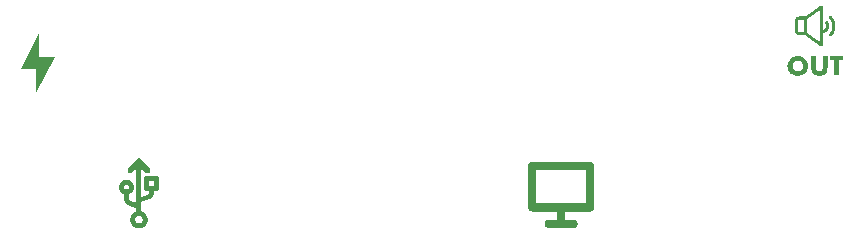
<source format=gbr>
%TF.GenerationSoftware,KiCad,Pcbnew,9.0.0*%
%TF.CreationDate,2025-05-16T15:19:14-04:00*%
%TF.ProjectId,Rear Plate,52656172-2050-46c6-9174-652e6b696361,rev?*%
%TF.SameCoordinates,Original*%
%TF.FileFunction,Legend,Top*%
%TF.FilePolarity,Positive*%
%FSLAX46Y46*%
G04 Gerber Fmt 4.6, Leading zero omitted, Abs format (unit mm)*
G04 Created by KiCad (PCBNEW 9.0.0) date 2025-05-16 15:19:14*
%MOMM*%
%LPD*%
G01*
G04 APERTURE LIST*
%ADD10C,0.000000*%
%ADD11C,0.300000*%
G04 APERTURE END LIST*
D10*
G36*
X169923319Y-81184232D02*
G01*
X169929357Y-81184687D01*
X169935375Y-81185418D01*
X169941363Y-81186425D01*
X169947311Y-81187709D01*
X169953210Y-81189271D01*
X169959048Y-81191110D01*
X169964816Y-81193226D01*
X169970504Y-81195622D01*
X169976102Y-81198296D01*
X169981599Y-81201249D01*
X169986986Y-81204481D01*
X169992252Y-81207994D01*
X169997387Y-81211787D01*
X170002381Y-81215860D01*
X170044547Y-81260266D01*
X170083991Y-81306256D01*
X170120716Y-81353723D01*
X170154720Y-81402562D01*
X170186004Y-81452668D01*
X170214567Y-81503934D01*
X170240410Y-81556256D01*
X170263533Y-81609528D01*
X170283936Y-81663645D01*
X170301618Y-81718500D01*
X170316580Y-81773988D01*
X170328821Y-81830004D01*
X170338342Y-81886443D01*
X170345143Y-81943198D01*
X170349224Y-82000164D01*
X170350584Y-82057235D01*
X170349224Y-82114307D01*
X170345143Y-82171273D01*
X170338342Y-82228028D01*
X170328821Y-82284466D01*
X170316580Y-82340482D01*
X170301618Y-82395970D01*
X170283936Y-82450826D01*
X170263533Y-82504942D01*
X170240410Y-82558214D01*
X170214567Y-82610536D01*
X170186004Y-82661803D01*
X170154720Y-82711908D01*
X170120716Y-82760747D01*
X170083991Y-82808214D01*
X170044547Y-82854204D01*
X170002381Y-82898610D01*
X169997094Y-82902973D01*
X169991614Y-82907038D01*
X169985954Y-82910800D01*
X169980128Y-82914256D01*
X169974148Y-82917401D01*
X169968026Y-82920232D01*
X169961776Y-82922744D01*
X169955410Y-82924934D01*
X169948941Y-82926797D01*
X169942382Y-82928330D01*
X169935745Y-82929528D01*
X169929043Y-82930388D01*
X169922288Y-82930905D01*
X169915495Y-82931075D01*
X169908674Y-82930895D01*
X169901840Y-82930360D01*
X169895351Y-82930174D01*
X169888907Y-82929672D01*
X169882518Y-82928860D01*
X169876194Y-82927741D01*
X169869946Y-82926320D01*
X169863785Y-82924601D01*
X169857720Y-82922589D01*
X169851763Y-82920288D01*
X169845924Y-82917702D01*
X169840214Y-82914836D01*
X169834642Y-82911694D01*
X169829220Y-82908280D01*
X169823957Y-82904599D01*
X169818866Y-82900655D01*
X169813955Y-82896452D01*
X169809235Y-82891995D01*
X169805135Y-82887003D01*
X169801317Y-82881869D01*
X169797780Y-82876602D01*
X169794523Y-82871214D01*
X169791547Y-82865713D01*
X169788852Y-82860111D01*
X169786436Y-82854418D01*
X169784299Y-82848643D01*
X169782441Y-82842797D01*
X169780862Y-82836891D01*
X169779561Y-82830933D01*
X169778538Y-82824935D01*
X169777792Y-82818906D01*
X169777324Y-82812857D01*
X169777132Y-82806798D01*
X169777217Y-82800738D01*
X169777577Y-82794689D01*
X169778213Y-82788660D01*
X169779125Y-82782662D01*
X169780311Y-82776704D01*
X169781772Y-82770797D01*
X169783507Y-82764951D01*
X169785515Y-82759176D01*
X169787797Y-82753483D01*
X169790352Y-82747881D01*
X169793180Y-82742380D01*
X169796280Y-82736991D01*
X169799652Y-82731724D01*
X169803295Y-82726589D01*
X169807209Y-82721597D01*
X169811395Y-82716756D01*
X169815850Y-82712079D01*
X169847519Y-82678803D01*
X169877373Y-82644153D01*
X169905380Y-82608204D01*
X169931509Y-82571033D01*
X169955729Y-82532714D01*
X169978007Y-82493325D01*
X169998313Y-82452941D01*
X170016615Y-82411638D01*
X170032882Y-82369491D01*
X170047081Y-82326577D01*
X170059183Y-82282973D01*
X170069155Y-82238752D01*
X170076965Y-82193992D01*
X170082583Y-82148769D01*
X170085977Y-82103158D01*
X170087115Y-82057235D01*
X170085977Y-82011312D01*
X170082583Y-81965701D01*
X170076965Y-81920478D01*
X170069155Y-81875718D01*
X170059183Y-81831497D01*
X170047081Y-81787892D01*
X170032882Y-81744979D01*
X170016615Y-81702832D01*
X169998313Y-81661529D01*
X169978007Y-81621145D01*
X169955729Y-81581756D01*
X169931509Y-81543437D01*
X169905380Y-81506266D01*
X169877373Y-81470317D01*
X169847519Y-81435667D01*
X169815850Y-81402391D01*
X169811777Y-81397397D01*
X169807984Y-81392261D01*
X169804471Y-81386995D01*
X169801239Y-81381609D01*
X169798286Y-81376112D01*
X169795612Y-81370514D01*
X169793216Y-81364826D01*
X169791100Y-81359058D01*
X169789261Y-81353220D01*
X169787699Y-81347321D01*
X169786415Y-81341373D01*
X169785408Y-81335385D01*
X169784677Y-81329367D01*
X169784222Y-81323329D01*
X169784043Y-81317282D01*
X169784138Y-81311236D01*
X169784509Y-81305200D01*
X169785154Y-81299184D01*
X169786074Y-81293200D01*
X169787267Y-81287256D01*
X169788733Y-81281363D01*
X169790472Y-81275532D01*
X169792484Y-81269772D01*
X169794768Y-81264092D01*
X169797323Y-81258505D01*
X169800150Y-81253019D01*
X169803248Y-81247644D01*
X169806616Y-81242391D01*
X169810255Y-81237270D01*
X169814163Y-81232290D01*
X169818340Y-81227463D01*
X169822787Y-81222797D01*
X169827453Y-81218351D01*
X169832280Y-81214173D01*
X169837259Y-81210265D01*
X169842381Y-81206626D01*
X169847634Y-81203258D01*
X169853008Y-81200160D01*
X169858495Y-81197333D01*
X169864082Y-81194778D01*
X169869761Y-81192494D01*
X169875522Y-81190482D01*
X169881353Y-81188743D01*
X169887246Y-81187277D01*
X169893189Y-81186084D01*
X169899174Y-81185165D01*
X169905189Y-81184519D01*
X169911225Y-81184149D01*
X169917272Y-81184053D01*
X169923319Y-81184232D01*
G37*
G36*
X169656705Y-81618872D02*
G01*
X169687553Y-81657484D01*
X169715210Y-81697949D01*
X169739636Y-81740073D01*
X169760793Y-81783660D01*
X169778642Y-81828516D01*
X169793143Y-81874445D01*
X169804259Y-81921251D01*
X169811949Y-81968741D01*
X169816176Y-82016719D01*
X169816900Y-82064990D01*
X169814082Y-82113359D01*
X169807684Y-82161630D01*
X169797666Y-82209609D01*
X169783990Y-82257101D01*
X169766617Y-82303910D01*
X169756595Y-82326857D01*
X169745779Y-82349284D01*
X169734188Y-82371177D01*
X169721845Y-82392523D01*
X169708769Y-82413309D01*
X169694981Y-82433519D01*
X169680501Y-82453141D01*
X169665352Y-82472161D01*
X169649552Y-82490565D01*
X169633123Y-82508339D01*
X169616086Y-82525469D01*
X169598461Y-82541941D01*
X169580269Y-82557742D01*
X169561531Y-82572859D01*
X169542267Y-82587276D01*
X169522498Y-82600981D01*
X169502244Y-82613959D01*
X169481527Y-82626197D01*
X169460367Y-82637681D01*
X169438785Y-82648397D01*
X169416801Y-82658331D01*
X169394436Y-82667470D01*
X169371712Y-82675800D01*
X169348647Y-82683307D01*
X169325264Y-82689977D01*
X169301582Y-82695797D01*
X169277624Y-82700752D01*
X169253408Y-82704829D01*
X169228956Y-82708014D01*
X169204289Y-82710293D01*
X169179428Y-82711652D01*
X169154392Y-82712079D01*
X169154392Y-82447495D01*
X169184267Y-82446349D01*
X169213672Y-82443005D01*
X169242508Y-82437530D01*
X169270676Y-82429990D01*
X169298078Y-82420451D01*
X169324615Y-82408979D01*
X169350189Y-82395639D01*
X169374701Y-82380499D01*
X169398052Y-82363623D01*
X169420144Y-82345079D01*
X169440878Y-82324930D01*
X169460155Y-82303245D01*
X169477878Y-82280089D01*
X169493946Y-82255527D01*
X169508262Y-82229625D01*
X169520727Y-82202451D01*
X169531121Y-82174419D01*
X169539306Y-82145979D01*
X169545304Y-82117247D01*
X169549139Y-82088341D01*
X169550834Y-82059375D01*
X169550413Y-82030467D01*
X169547897Y-82001734D01*
X169543311Y-81973290D01*
X169536677Y-81945254D01*
X169528019Y-81917740D01*
X169517359Y-81890866D01*
X169504721Y-81864748D01*
X169490128Y-81839502D01*
X169473603Y-81815245D01*
X169455170Y-81792093D01*
X169434850Y-81770162D01*
X169622704Y-81582308D01*
X169656705Y-81618872D01*
G37*
G36*
X167838035Y-81257033D02*
G01*
X167844551Y-81257518D01*
X167851011Y-81258320D01*
X167857405Y-81259436D01*
X167863721Y-81260860D01*
X167869950Y-81262589D01*
X167876080Y-81264617D01*
X167882101Y-81266941D01*
X167888001Y-81269555D01*
X167893770Y-81272455D01*
X167899397Y-81275638D01*
X167904871Y-81279097D01*
X167910181Y-81282829D01*
X167915316Y-81286830D01*
X167920266Y-81291094D01*
X167925020Y-81295618D01*
X167929543Y-81300371D01*
X167933808Y-81305321D01*
X167937808Y-81310457D01*
X167941540Y-81315767D01*
X167945000Y-81321241D01*
X167948182Y-81326867D01*
X167951083Y-81332636D01*
X167953697Y-81338536D01*
X167956020Y-81344557D01*
X167958049Y-81350687D01*
X167959777Y-81356916D01*
X167961202Y-81363233D01*
X167962317Y-81369627D01*
X167963120Y-81376087D01*
X167963604Y-81382602D01*
X167963767Y-81389162D01*
X167963767Y-82712079D01*
X167963604Y-82718639D01*
X167963120Y-82725154D01*
X167962317Y-82731614D01*
X167961202Y-82738008D01*
X167959777Y-82744325D01*
X167958049Y-82750554D01*
X167956020Y-82756684D01*
X167953697Y-82762705D01*
X167951083Y-82768605D01*
X167948182Y-82774374D01*
X167945000Y-82780001D01*
X167941540Y-82785474D01*
X167937808Y-82790784D01*
X167933808Y-82795920D01*
X167929543Y-82800870D01*
X167925020Y-82805623D01*
X167920266Y-82810147D01*
X167915316Y-82814411D01*
X167910181Y-82818412D01*
X167904871Y-82822144D01*
X167899397Y-82825604D01*
X167893770Y-82828786D01*
X167888001Y-82831686D01*
X167882101Y-82834300D01*
X167876080Y-82836624D01*
X167869950Y-82838652D01*
X167863721Y-82840381D01*
X167857405Y-82841805D01*
X167851011Y-82842921D01*
X167844551Y-82843723D01*
X167838035Y-82844208D01*
X167831475Y-82844371D01*
X167302309Y-82844371D01*
X167282629Y-82843883D01*
X167263082Y-82842429D01*
X167243702Y-82840021D01*
X167224521Y-82836674D01*
X167205570Y-82832401D01*
X167186883Y-82827216D01*
X167168493Y-82821131D01*
X167150431Y-82814160D01*
X167132731Y-82806318D01*
X167115424Y-82797616D01*
X167098544Y-82788069D01*
X167082122Y-82777691D01*
X167066192Y-82766494D01*
X167050786Y-82754493D01*
X167035936Y-82741700D01*
X167021676Y-82728129D01*
X167008105Y-82713868D01*
X166995312Y-82699018D01*
X166983310Y-82683612D01*
X166972113Y-82667682D01*
X166961735Y-82651261D01*
X166952188Y-82634380D01*
X166943487Y-82617074D01*
X166935644Y-82599373D01*
X166928673Y-82581311D01*
X166922589Y-82562921D01*
X166917403Y-82544234D01*
X166913130Y-82525284D01*
X166909783Y-82506102D01*
X166907376Y-82486722D01*
X166905921Y-82467175D01*
X166905434Y-82447495D01*
X167170017Y-82447495D01*
X167170180Y-82454055D01*
X167170664Y-82460571D01*
X167171467Y-82467031D01*
X167172582Y-82473425D01*
X167174007Y-82479742D01*
X167175735Y-82485971D01*
X167177764Y-82492101D01*
X167180087Y-82498121D01*
X167182701Y-82504022D01*
X167185602Y-82509791D01*
X167188784Y-82515417D01*
X167192244Y-82520891D01*
X167195976Y-82526201D01*
X167199976Y-82531337D01*
X167204241Y-82536286D01*
X167208764Y-82541040D01*
X167213518Y-82545564D01*
X167218468Y-82549828D01*
X167223603Y-82553828D01*
X167228913Y-82557561D01*
X167234387Y-82561020D01*
X167240014Y-82564202D01*
X167245783Y-82567103D01*
X167251683Y-82569717D01*
X167257703Y-82572041D01*
X167263834Y-82574069D01*
X167270062Y-82575798D01*
X167276379Y-82577222D01*
X167282773Y-82578337D01*
X167289233Y-82579140D01*
X167295749Y-82579625D01*
X167302309Y-82579787D01*
X167699184Y-82579787D01*
X167699184Y-81521454D01*
X167302309Y-81521454D01*
X167295749Y-81521616D01*
X167289233Y-81522101D01*
X167282773Y-81522904D01*
X167276379Y-81524019D01*
X167270062Y-81525444D01*
X167263834Y-81527172D01*
X167257703Y-81529201D01*
X167251683Y-81531524D01*
X167245783Y-81534138D01*
X167240014Y-81537039D01*
X167234387Y-81540221D01*
X167228913Y-81543681D01*
X167223603Y-81547413D01*
X167218468Y-81551413D01*
X167213518Y-81555678D01*
X167208764Y-81560201D01*
X167204241Y-81564955D01*
X167199976Y-81569905D01*
X167195976Y-81575040D01*
X167192244Y-81580350D01*
X167188784Y-81585824D01*
X167185602Y-81591451D01*
X167182701Y-81597220D01*
X167180087Y-81603120D01*
X167177764Y-81609140D01*
X167175735Y-81615270D01*
X167174007Y-81621499D01*
X167172582Y-81627816D01*
X167171467Y-81634210D01*
X167170664Y-81640670D01*
X167170180Y-81647186D01*
X167170017Y-81653746D01*
X167170017Y-82447495D01*
X166905434Y-82447495D01*
X166905434Y-81653746D01*
X166905921Y-81634066D01*
X166907376Y-81614519D01*
X166909783Y-81595139D01*
X166913130Y-81575958D01*
X166917403Y-81557007D01*
X166922589Y-81538320D01*
X166928673Y-81519930D01*
X166935644Y-81501868D01*
X166943487Y-81484168D01*
X166952188Y-81466861D01*
X166961735Y-81449981D01*
X166972113Y-81433559D01*
X166983310Y-81417629D01*
X166995312Y-81402223D01*
X167008105Y-81387373D01*
X167021676Y-81373113D01*
X167035936Y-81359542D01*
X167050786Y-81346749D01*
X167066192Y-81334747D01*
X167082122Y-81323550D01*
X167098544Y-81313172D01*
X167115424Y-81303625D01*
X167132731Y-81294924D01*
X167150431Y-81287081D01*
X167168493Y-81280110D01*
X167186883Y-81274026D01*
X167205570Y-81268840D01*
X167224521Y-81264567D01*
X167243702Y-81261220D01*
X167263082Y-81258813D01*
X167282629Y-81257358D01*
X167302309Y-81256871D01*
X167831475Y-81256871D01*
X167838035Y-81257033D01*
G37*
G36*
X111398155Y-93280299D02*
G01*
X111414562Y-93282254D01*
X111430806Y-93285511D01*
X111446805Y-93290072D01*
X111462479Y-93295936D01*
X111477745Y-93303103D01*
X111492523Y-93311573D01*
X111499703Y-93316296D01*
X111506730Y-93321346D01*
X111506968Y-93321512D01*
X111507201Y-93321685D01*
X111507431Y-93321864D01*
X111507658Y-93322049D01*
X111508106Y-93322429D01*
X111508547Y-93322818D01*
X111508988Y-93323210D01*
X111509432Y-93323598D01*
X111509885Y-93323973D01*
X111510115Y-93324155D01*
X111510349Y-93324330D01*
X111513805Y-93327014D01*
X111517204Y-93329767D01*
X111520544Y-93332590D01*
X111523825Y-93335481D01*
X111527045Y-93338439D01*
X111530203Y-93341464D01*
X111533299Y-93344554D01*
X111536331Y-93347709D01*
X111536612Y-93348002D01*
X111536899Y-93348284D01*
X111537191Y-93348556D01*
X111537487Y-93348820D01*
X111538087Y-93349329D01*
X111538691Y-93349825D01*
X111539291Y-93350322D01*
X111539879Y-93350831D01*
X111540166Y-93351095D01*
X111540447Y-93351367D01*
X111540721Y-93351649D01*
X111540988Y-93351942D01*
X112281768Y-94198548D01*
X112290708Y-94209472D01*
X112298839Y-94220874D01*
X112306153Y-94232711D01*
X112312640Y-94244938D01*
X112318292Y-94257512D01*
X112323101Y-94270389D01*
X112327058Y-94283526D01*
X112330154Y-94296879D01*
X112332380Y-94310404D01*
X112333729Y-94324057D01*
X112334190Y-94337795D01*
X112333756Y-94351574D01*
X112332418Y-94365351D01*
X112330167Y-94379081D01*
X112326995Y-94392722D01*
X112322893Y-94406229D01*
X112317902Y-94419433D01*
X112312093Y-94432176D01*
X112305499Y-94444428D01*
X112298154Y-94456160D01*
X112290090Y-94467342D01*
X112281343Y-94477946D01*
X112271944Y-94487941D01*
X112261929Y-94497298D01*
X112251329Y-94505988D01*
X112240179Y-94513983D01*
X112228512Y-94521251D01*
X112216362Y-94527765D01*
X112203762Y-94533495D01*
X112190745Y-94538410D01*
X112177346Y-94542483D01*
X112163597Y-94545684D01*
X112149667Y-94547964D01*
X112135727Y-94549305D01*
X112121819Y-94549721D01*
X112107986Y-94549225D01*
X112094271Y-94547833D01*
X112080714Y-94545559D01*
X112067359Y-94542418D01*
X112054248Y-94538422D01*
X112041422Y-94533588D01*
X112028923Y-94527929D01*
X112016795Y-94521459D01*
X112005079Y-94514194D01*
X111993817Y-94506147D01*
X111983051Y-94497332D01*
X111972824Y-94487765D01*
X111963178Y-94477458D01*
X111593333Y-94054728D01*
X111593333Y-96533239D01*
X112088088Y-96355998D01*
X112103508Y-96349750D01*
X112118231Y-96342402D01*
X112132218Y-96334015D01*
X112145427Y-96324644D01*
X112157816Y-96314349D01*
X112169345Y-96303188D01*
X112179974Y-96291219D01*
X112189660Y-96278500D01*
X112198364Y-96265090D01*
X112206044Y-96251046D01*
X112212660Y-96236427D01*
X112218169Y-96221290D01*
X112222533Y-96205695D01*
X112225708Y-96189699D01*
X112227655Y-96173360D01*
X112228333Y-96156737D01*
X112228333Y-96031367D01*
X112016666Y-96031367D01*
X112006170Y-96031107D01*
X111995746Y-96030331D01*
X111985410Y-96029047D01*
X111975179Y-96027262D01*
X111965072Y-96024983D01*
X111955106Y-96022217D01*
X111945298Y-96018972D01*
X111935665Y-96015255D01*
X111926225Y-96011072D01*
X111916995Y-96006431D01*
X111907992Y-96001340D01*
X111899234Y-95995804D01*
X111890738Y-95989833D01*
X111882521Y-95983432D01*
X111874601Y-95976609D01*
X111866996Y-95969371D01*
X111859758Y-95961765D01*
X111852935Y-95953846D01*
X111846534Y-95945629D01*
X111840562Y-95937133D01*
X111835027Y-95928375D01*
X111829935Y-95919372D01*
X111825295Y-95910142D01*
X111821112Y-95900702D01*
X111817394Y-95891069D01*
X111814149Y-95881260D01*
X111811383Y-95871294D01*
X111809105Y-95861187D01*
X111807320Y-95850957D01*
X111806036Y-95840621D01*
X111805260Y-95830196D01*
X111805000Y-95819700D01*
X111805000Y-95608033D01*
X111805000Y-95184700D01*
X112228333Y-95184700D01*
X112228333Y-95608033D01*
X112651667Y-95608033D01*
X112651667Y-95184700D01*
X112228333Y-95184700D01*
X111805000Y-95184700D01*
X111805000Y-94973034D01*
X111805260Y-94962538D01*
X111806036Y-94952113D01*
X111807320Y-94941777D01*
X111809105Y-94931547D01*
X111811383Y-94921440D01*
X111814149Y-94911473D01*
X111817394Y-94901665D01*
X111821112Y-94892032D01*
X111825295Y-94882592D01*
X111829935Y-94873362D01*
X111835027Y-94864359D01*
X111840562Y-94855601D01*
X111846534Y-94847105D01*
X111852935Y-94838888D01*
X111859758Y-94830968D01*
X111866996Y-94823363D01*
X111874601Y-94816125D01*
X111882521Y-94809302D01*
X111890738Y-94802901D01*
X111899234Y-94796929D01*
X111907992Y-94791394D01*
X111916995Y-94786303D01*
X111926225Y-94781662D01*
X111935665Y-94777479D01*
X111945298Y-94773761D01*
X111955106Y-94770516D01*
X111965072Y-94767751D01*
X111975179Y-94765472D01*
X111985410Y-94763687D01*
X111995746Y-94762403D01*
X112006170Y-94761627D01*
X112016666Y-94761367D01*
X112863333Y-94761367D01*
X112873829Y-94761627D01*
X112884254Y-94762403D01*
X112894590Y-94763687D01*
X112904820Y-94765472D01*
X112914927Y-94767751D01*
X112924893Y-94770516D01*
X112934701Y-94773761D01*
X112944334Y-94777479D01*
X112953775Y-94781662D01*
X112963005Y-94786303D01*
X112972008Y-94791394D01*
X112980766Y-94796929D01*
X112989262Y-94802901D01*
X112997479Y-94809302D01*
X113005399Y-94816125D01*
X113013004Y-94823363D01*
X113020242Y-94830968D01*
X113027065Y-94838888D01*
X113033466Y-94847105D01*
X113039437Y-94855601D01*
X113044972Y-94864359D01*
X113050064Y-94873362D01*
X113054705Y-94882592D01*
X113058888Y-94892032D01*
X113062605Y-94901665D01*
X113065850Y-94911473D01*
X113068616Y-94921440D01*
X113070895Y-94931547D01*
X113072680Y-94941777D01*
X113073964Y-94952113D01*
X113074739Y-94962538D01*
X113075000Y-94973034D01*
X113075000Y-95819700D01*
X113074739Y-95830196D01*
X113073964Y-95840621D01*
X113072680Y-95850957D01*
X113070895Y-95861187D01*
X113068616Y-95871294D01*
X113065850Y-95881260D01*
X113062605Y-95891069D01*
X113058888Y-95900702D01*
X113054705Y-95910142D01*
X113050064Y-95919372D01*
X113044972Y-95928375D01*
X113039437Y-95937133D01*
X113033466Y-95945629D01*
X113027065Y-95953846D01*
X113020242Y-95961765D01*
X113013004Y-95969371D01*
X113005399Y-95976609D01*
X112997479Y-95983432D01*
X112989262Y-95989833D01*
X112980766Y-95995804D01*
X112972008Y-96001340D01*
X112963005Y-96006431D01*
X112953775Y-96011072D01*
X112944334Y-96015255D01*
X112934701Y-96018972D01*
X112924893Y-96022217D01*
X112914927Y-96024983D01*
X112904820Y-96027262D01*
X112894590Y-96029047D01*
X112884254Y-96030331D01*
X112873829Y-96031107D01*
X112863333Y-96031367D01*
X112651667Y-96031367D01*
X112651667Y-96156737D01*
X112651134Y-96181769D01*
X112649634Y-96206610D01*
X112647183Y-96231237D01*
X112643794Y-96255629D01*
X112639484Y-96279765D01*
X112634267Y-96303621D01*
X112628160Y-96327176D01*
X112621178Y-96350409D01*
X112613336Y-96373298D01*
X112604649Y-96395820D01*
X112595132Y-96417955D01*
X112584802Y-96439680D01*
X112573673Y-96460973D01*
X112561761Y-96481813D01*
X112549081Y-96502177D01*
X112535649Y-96522045D01*
X112521479Y-96541394D01*
X112506587Y-96560202D01*
X112490989Y-96578447D01*
X112474700Y-96596108D01*
X112457736Y-96613164D01*
X112440110Y-96629591D01*
X112421840Y-96645368D01*
X112402940Y-96660474D01*
X112383426Y-96674886D01*
X112363313Y-96688584D01*
X112342616Y-96701544D01*
X112321351Y-96713745D01*
X112299533Y-96725166D01*
X112277178Y-96735784D01*
X112254300Y-96745578D01*
X112230915Y-96754526D01*
X111593333Y-96982914D01*
X111593333Y-97755900D01*
X111625994Y-97766457D01*
X111657863Y-97778394D01*
X111688915Y-97791671D01*
X111719123Y-97806246D01*
X111748460Y-97822077D01*
X111776900Y-97839123D01*
X111804417Y-97857342D01*
X111830983Y-97876693D01*
X111856574Y-97897135D01*
X111881161Y-97918625D01*
X111904719Y-97941123D01*
X111927221Y-97964586D01*
X111968951Y-98014245D01*
X112006139Y-98067269D01*
X112038575Y-98123328D01*
X112066045Y-98182088D01*
X112077852Y-98212377D01*
X112088339Y-98243218D01*
X112097478Y-98274568D01*
X112105244Y-98306387D01*
X112111609Y-98338631D01*
X112116548Y-98371261D01*
X112120034Y-98404235D01*
X112122040Y-98437511D01*
X112122540Y-98471047D01*
X112121507Y-98504802D01*
X112118916Y-98538736D01*
X112114739Y-98572805D01*
X112109008Y-98606647D01*
X112101796Y-98639906D01*
X112093141Y-98672550D01*
X112083080Y-98704545D01*
X112071650Y-98735861D01*
X112058889Y-98766464D01*
X112044833Y-98796322D01*
X112029520Y-98825404D01*
X112012987Y-98853678D01*
X111995272Y-98881110D01*
X111976411Y-98907669D01*
X111956442Y-98933322D01*
X111935401Y-98958038D01*
X111913328Y-98981785D01*
X111890257Y-99004529D01*
X111866228Y-99026239D01*
X111841276Y-99046882D01*
X111815439Y-99066428D01*
X111788755Y-99084842D01*
X111761260Y-99102093D01*
X111732993Y-99118150D01*
X111703989Y-99132979D01*
X111674287Y-99146548D01*
X111643923Y-99158826D01*
X111612935Y-99169780D01*
X111581360Y-99179378D01*
X111549235Y-99187587D01*
X111516597Y-99194376D01*
X111483484Y-99199713D01*
X111449934Y-99203564D01*
X111415982Y-99205899D01*
X111381666Y-99206684D01*
X111347351Y-99205899D01*
X111313399Y-99203564D01*
X111279848Y-99199713D01*
X111246736Y-99194376D01*
X111214098Y-99187587D01*
X111181973Y-99179378D01*
X111150398Y-99169780D01*
X111119410Y-99158826D01*
X111089046Y-99146548D01*
X111059344Y-99132979D01*
X111030340Y-99118150D01*
X111002072Y-99102093D01*
X110974578Y-99084842D01*
X110947894Y-99066428D01*
X110922057Y-99046882D01*
X110897105Y-99026239D01*
X110873076Y-99004529D01*
X110850005Y-98981785D01*
X110827931Y-98958038D01*
X110806891Y-98933322D01*
X110786922Y-98907669D01*
X110768061Y-98881110D01*
X110750346Y-98853678D01*
X110733813Y-98825404D01*
X110718500Y-98796322D01*
X110704445Y-98766464D01*
X110691683Y-98735861D01*
X110680253Y-98704545D01*
X110670192Y-98672550D01*
X110661537Y-98639906D01*
X110654326Y-98606647D01*
X110648594Y-98572805D01*
X110644417Y-98538736D01*
X110641826Y-98504802D01*
X110640793Y-98471047D01*
X110640980Y-98458565D01*
X111064232Y-98458565D01*
X111064573Y-98481706D01*
X111066591Y-98504707D01*
X111070267Y-98527475D01*
X111075584Y-98549917D01*
X111082521Y-98571939D01*
X111091062Y-98593448D01*
X111101187Y-98614352D01*
X111112878Y-98634556D01*
X111126116Y-98653968D01*
X111140883Y-98672493D01*
X111157160Y-98690040D01*
X111174707Y-98706317D01*
X111193232Y-98721083D01*
X111212644Y-98734322D01*
X111232848Y-98746012D01*
X111253751Y-98756138D01*
X111275261Y-98764678D01*
X111297283Y-98771616D01*
X111319725Y-98776933D01*
X111342493Y-98780609D01*
X111365494Y-98782627D01*
X111388635Y-98782968D01*
X111411822Y-98781613D01*
X111434962Y-98778543D01*
X111457962Y-98773741D01*
X111480729Y-98767188D01*
X111503168Y-98758865D01*
X111524921Y-98748883D01*
X111545653Y-98737419D01*
X111565312Y-98724551D01*
X111583845Y-98710358D01*
X111601199Y-98694921D01*
X111617321Y-98678317D01*
X111632158Y-98660626D01*
X111645658Y-98641927D01*
X111657768Y-98622299D01*
X111668434Y-98601821D01*
X111677604Y-98580572D01*
X111685226Y-98558632D01*
X111691246Y-98536078D01*
X111695611Y-98512991D01*
X111698269Y-98489450D01*
X111699166Y-98465533D01*
X111698736Y-98449202D01*
X111697495Y-98433086D01*
X111695462Y-98417204D01*
X111692657Y-98401577D01*
X111689101Y-98386224D01*
X111684814Y-98371165D01*
X111679815Y-98356420D01*
X111674123Y-98342009D01*
X111667760Y-98327952D01*
X111660745Y-98314268D01*
X111653097Y-98300978D01*
X111644837Y-98288102D01*
X111635984Y-98275659D01*
X111626559Y-98263669D01*
X111616581Y-98252153D01*
X111606071Y-98241129D01*
X111595047Y-98230618D01*
X111583531Y-98220641D01*
X111571541Y-98211216D01*
X111559098Y-98202363D01*
X111546222Y-98194103D01*
X111532932Y-98186455D01*
X111519248Y-98179440D01*
X111505191Y-98173077D01*
X111490780Y-98167385D01*
X111476035Y-98162386D01*
X111460976Y-98158098D01*
X111445623Y-98154542D01*
X111429996Y-98151738D01*
X111414114Y-98149705D01*
X111397997Y-98148464D01*
X111381666Y-98148033D01*
X111369666Y-98148259D01*
X111357750Y-98148931D01*
X111345927Y-98150043D01*
X111334208Y-98151589D01*
X111322603Y-98153562D01*
X111311122Y-98155954D01*
X111299773Y-98158761D01*
X111288568Y-98161974D01*
X111277516Y-98165588D01*
X111266628Y-98169596D01*
X111255912Y-98173990D01*
X111245379Y-98178766D01*
X111235039Y-98183915D01*
X111224901Y-98189432D01*
X111214976Y-98195310D01*
X111205273Y-98201542D01*
X111195802Y-98208121D01*
X111186574Y-98215042D01*
X111177597Y-98222296D01*
X111168883Y-98229879D01*
X111160440Y-98237783D01*
X111152279Y-98246001D01*
X111144409Y-98254527D01*
X111136841Y-98263355D01*
X111129585Y-98272477D01*
X111122649Y-98281888D01*
X111116045Y-98291580D01*
X111109781Y-98301546D01*
X111103869Y-98311782D01*
X111098317Y-98322279D01*
X111093135Y-98333031D01*
X111088335Y-98344031D01*
X111080012Y-98366471D01*
X111073458Y-98389238D01*
X111068656Y-98412238D01*
X111065587Y-98435378D01*
X111064232Y-98458565D01*
X110640980Y-98458565D01*
X110641294Y-98437511D01*
X110643300Y-98404235D01*
X110646785Y-98371261D01*
X110651724Y-98338631D01*
X110658090Y-98306387D01*
X110665855Y-98274568D01*
X110674994Y-98243218D01*
X110685481Y-98212377D01*
X110697288Y-98182088D01*
X110710389Y-98152391D01*
X110724758Y-98123328D01*
X110740368Y-98094940D01*
X110757194Y-98067269D01*
X110775207Y-98040357D01*
X110794382Y-98014245D01*
X110814693Y-97988974D01*
X110836112Y-97964586D01*
X110858614Y-97941123D01*
X110882172Y-97918625D01*
X110906759Y-97897135D01*
X110932349Y-97876693D01*
X110958916Y-97857342D01*
X110986433Y-97839123D01*
X111014873Y-97822077D01*
X111044210Y-97806246D01*
X111074418Y-97791671D01*
X111105470Y-97778394D01*
X111137339Y-97766457D01*
X111170000Y-97755900D01*
X111170000Y-97473981D01*
X110554952Y-97279143D01*
X110530418Y-97270901D01*
X110506398Y-97261732D01*
X110459970Y-97240706D01*
X110415807Y-97216256D01*
X110374051Y-97188574D01*
X110334841Y-97157850D01*
X110298317Y-97124277D01*
X110264620Y-97088045D01*
X110233889Y-97049347D01*
X110206265Y-97008372D01*
X110181889Y-96965314D01*
X110160899Y-96920363D01*
X110143437Y-96873710D01*
X110129643Y-96825547D01*
X110119656Y-96776066D01*
X110113617Y-96725457D01*
X110112122Y-96699790D01*
X110111667Y-96673913D01*
X110111667Y-96311825D01*
X110084676Y-96301595D01*
X110058390Y-96290256D01*
X110032827Y-96277843D01*
X110008009Y-96264391D01*
X109983955Y-96249934D01*
X109960687Y-96234506D01*
X109938223Y-96218142D01*
X109916585Y-96200877D01*
X109875865Y-96163780D01*
X109838689Y-96123490D01*
X109805220Y-96080285D01*
X109775618Y-96034440D01*
X109750046Y-95986232D01*
X109728666Y-95935935D01*
X109711639Y-95883826D01*
X109699129Y-95830181D01*
X109694617Y-95802869D01*
X109691295Y-95775276D01*
X109689183Y-95747437D01*
X109688301Y-95719387D01*
X109688373Y-95713867D01*
X110111667Y-95713867D01*
X110111817Y-95721867D01*
X110112265Y-95729811D01*
X110113007Y-95737693D01*
X110114037Y-95745506D01*
X110115352Y-95753242D01*
X110116947Y-95760897D01*
X110118818Y-95768462D01*
X110120960Y-95775932D01*
X110123370Y-95783300D01*
X110126041Y-95790559D01*
X110128971Y-95797703D01*
X110132155Y-95804725D01*
X110135588Y-95811619D01*
X110139266Y-95818377D01*
X110143184Y-95824994D01*
X110147339Y-95831462D01*
X110151725Y-95837776D01*
X110156339Y-95843929D01*
X110161175Y-95849913D01*
X110166230Y-95855723D01*
X110171499Y-95861351D01*
X110176978Y-95866792D01*
X110182662Y-95872038D01*
X110188547Y-95877084D01*
X110194629Y-95881921D01*
X110200903Y-95886545D01*
X110207364Y-95890948D01*
X110214009Y-95895124D01*
X110220832Y-95899066D01*
X110227830Y-95902767D01*
X110234998Y-95906221D01*
X110242332Y-95909421D01*
X110257292Y-95914970D01*
X110272469Y-95919339D01*
X110287803Y-95922540D01*
X110303229Y-95924586D01*
X110318687Y-95925490D01*
X110334115Y-95925263D01*
X110349449Y-95923917D01*
X110364627Y-95921466D01*
X110379589Y-95917922D01*
X110394270Y-95913297D01*
X110408610Y-95907603D01*
X110422545Y-95900853D01*
X110436015Y-95893059D01*
X110448956Y-95884234D01*
X110461306Y-95874389D01*
X110473004Y-95863538D01*
X110483855Y-95851840D01*
X110493700Y-95839490D01*
X110502525Y-95826549D01*
X110510319Y-95813079D01*
X110517069Y-95799143D01*
X110522763Y-95784804D01*
X110527389Y-95770122D01*
X110530933Y-95755161D01*
X110533384Y-95739982D01*
X110534729Y-95724648D01*
X110534956Y-95709221D01*
X110534053Y-95693763D01*
X110532007Y-95678336D01*
X110528805Y-95663003D01*
X110524436Y-95647825D01*
X110518888Y-95632865D01*
X110512233Y-95618364D01*
X110504590Y-95604542D01*
X110496011Y-95591436D01*
X110486550Y-95579081D01*
X110476258Y-95567512D01*
X110465189Y-95556764D01*
X110453395Y-95546872D01*
X110440929Y-95537872D01*
X110427843Y-95529799D01*
X110414192Y-95522689D01*
X110400026Y-95516575D01*
X110385399Y-95511494D01*
X110370363Y-95507481D01*
X110354972Y-95504571D01*
X110339278Y-95502799D01*
X110323333Y-95502200D01*
X110323321Y-95502200D01*
X110312434Y-95502488D01*
X110301690Y-95503317D01*
X110291103Y-95504673D01*
X110280685Y-95506544D01*
X110270450Y-95508915D01*
X110260411Y-95511774D01*
X110250581Y-95515108D01*
X110240974Y-95518903D01*
X110231603Y-95523146D01*
X110222482Y-95527823D01*
X110213622Y-95532922D01*
X110205038Y-95538429D01*
X110196744Y-95544331D01*
X110188751Y-95550615D01*
X110181074Y-95557267D01*
X110173725Y-95564274D01*
X110166718Y-95571623D01*
X110160067Y-95579301D01*
X110153784Y-95587294D01*
X110147883Y-95595589D01*
X110142377Y-95604173D01*
X110137279Y-95613032D01*
X110132602Y-95622154D01*
X110128360Y-95631525D01*
X110124566Y-95641132D01*
X110121234Y-95650961D01*
X110118376Y-95660999D01*
X110116005Y-95671234D01*
X110114136Y-95681651D01*
X110112781Y-95692238D01*
X110111953Y-95702981D01*
X110111667Y-95713867D01*
X109688373Y-95713867D01*
X109688669Y-95691160D01*
X109690308Y-95662791D01*
X109693238Y-95634313D01*
X109697478Y-95605762D01*
X109702997Y-95577430D01*
X109709728Y-95549605D01*
X109717639Y-95522311D01*
X109726701Y-95495576D01*
X109736882Y-95469424D01*
X109748153Y-95443881D01*
X109760483Y-95418974D01*
X109773840Y-95394728D01*
X109788195Y-95371168D01*
X109803517Y-95348321D01*
X109819776Y-95326213D01*
X109836940Y-95304868D01*
X109854979Y-95284313D01*
X109873863Y-95264574D01*
X109893561Y-95245677D01*
X109914042Y-95227647D01*
X109935276Y-95210509D01*
X109957232Y-95194291D01*
X109979880Y-95179017D01*
X110003189Y-95164713D01*
X110027129Y-95151406D01*
X110051668Y-95139120D01*
X110076777Y-95127882D01*
X110102425Y-95117718D01*
X110128581Y-95108653D01*
X110155215Y-95100713D01*
X110182295Y-95093923D01*
X110209792Y-95088311D01*
X110237675Y-95083900D01*
X110265913Y-95080718D01*
X110294476Y-95078790D01*
X110323333Y-95078142D01*
X110352190Y-95078790D01*
X110380753Y-95080718D01*
X110408991Y-95083900D01*
X110436874Y-95088311D01*
X110464371Y-95093923D01*
X110491452Y-95100713D01*
X110518085Y-95108653D01*
X110544241Y-95117718D01*
X110569889Y-95127882D01*
X110594998Y-95139120D01*
X110619537Y-95151406D01*
X110643477Y-95164713D01*
X110666786Y-95179017D01*
X110689434Y-95194291D01*
X110711390Y-95210509D01*
X110732624Y-95227646D01*
X110753106Y-95245677D01*
X110772804Y-95264574D01*
X110791687Y-95284313D01*
X110809727Y-95304868D01*
X110826891Y-95326212D01*
X110843149Y-95348321D01*
X110858471Y-95371168D01*
X110872826Y-95394728D01*
X110886184Y-95418974D01*
X110898513Y-95443881D01*
X110909784Y-95469424D01*
X110919966Y-95495576D01*
X110929028Y-95522311D01*
X110936939Y-95549605D01*
X110943669Y-95577430D01*
X110949188Y-95605762D01*
X110953429Y-95634313D01*
X110956359Y-95662790D01*
X110957998Y-95691160D01*
X110958366Y-95719387D01*
X110957484Y-95747437D01*
X110955372Y-95775276D01*
X110952050Y-95802869D01*
X110947538Y-95830181D01*
X110941857Y-95857178D01*
X110935027Y-95883826D01*
X110927068Y-95910089D01*
X110918001Y-95935934D01*
X110907845Y-95961327D01*
X110896620Y-95986231D01*
X110884348Y-96010614D01*
X110871049Y-96034440D01*
X110856741Y-96057676D01*
X110841447Y-96080285D01*
X110825185Y-96102235D01*
X110807977Y-96123490D01*
X110789843Y-96144017D01*
X110770802Y-96163779D01*
X110750875Y-96182744D01*
X110730082Y-96200877D01*
X110708443Y-96218142D01*
X110685980Y-96234506D01*
X110662711Y-96249934D01*
X110638658Y-96264391D01*
X110613839Y-96277843D01*
X110588277Y-96290256D01*
X110561990Y-96301595D01*
X110535000Y-96311825D01*
X110535000Y-96673913D01*
X110535152Y-96682538D01*
X110535650Y-96691093D01*
X110536489Y-96699570D01*
X110537663Y-96707961D01*
X110539165Y-96716259D01*
X110540991Y-96724454D01*
X110543134Y-96732540D01*
X110545588Y-96740507D01*
X110548349Y-96748349D01*
X110551408Y-96756057D01*
X110554762Y-96763624D01*
X110558404Y-96771040D01*
X110562328Y-96778299D01*
X110566528Y-96785392D01*
X110570999Y-96792312D01*
X110575735Y-96799050D01*
X110580730Y-96805598D01*
X110585977Y-96811949D01*
X110591472Y-96818095D01*
X110597208Y-96824026D01*
X110603180Y-96829737D01*
X110609381Y-96835218D01*
X110615806Y-96840461D01*
X110622450Y-96845459D01*
X110629305Y-96850204D01*
X110636367Y-96854687D01*
X110643629Y-96858901D01*
X110651086Y-96862838D01*
X110658732Y-96866489D01*
X110666560Y-96869847D01*
X110674566Y-96872904D01*
X110682743Y-96875652D01*
X111170000Y-97030000D01*
X111170000Y-94054728D01*
X110800208Y-94477397D01*
X110790566Y-94487707D01*
X110780343Y-94497279D01*
X110769580Y-94506097D01*
X110758322Y-94514149D01*
X110746608Y-94521419D01*
X110734482Y-94527893D01*
X110721986Y-94533557D01*
X110709162Y-94538396D01*
X110696052Y-94542396D01*
X110682698Y-94545543D01*
X110669143Y-94547823D01*
X110655427Y-94549220D01*
X110641595Y-94549720D01*
X110627687Y-94549310D01*
X110613747Y-94547975D01*
X110599815Y-94545700D01*
X110586065Y-94542504D01*
X110572664Y-94538436D01*
X110559646Y-94533526D01*
X110547044Y-94527801D01*
X110534891Y-94521292D01*
X110523222Y-94514028D01*
X110512069Y-94506038D01*
X110501466Y-94497351D01*
X110491446Y-94487998D01*
X110482044Y-94478006D01*
X110473292Y-94467406D01*
X110465225Y-94456227D01*
X110457875Y-94444498D01*
X110451276Y-94432249D01*
X110445462Y-94419508D01*
X110440467Y-94406305D01*
X110436359Y-94392800D01*
X110433182Y-94379161D01*
X110430926Y-94365431D01*
X110429582Y-94351655D01*
X110429143Y-94337876D01*
X110429599Y-94324138D01*
X110430942Y-94310484D01*
X110433163Y-94296958D01*
X110436254Y-94283604D01*
X110440206Y-94270466D01*
X110445010Y-94257587D01*
X110450657Y-94245011D01*
X110457140Y-94232781D01*
X110464449Y-94220942D01*
X110472576Y-94209536D01*
X110481512Y-94198609D01*
X111222345Y-93351942D01*
X111222612Y-93351640D01*
X111222887Y-93351350D01*
X111223170Y-93351071D01*
X111223460Y-93350801D01*
X111223754Y-93350540D01*
X111224053Y-93350285D01*
X111224658Y-93349786D01*
X111225264Y-93349292D01*
X111225864Y-93348790D01*
X111226157Y-93348532D01*
X111226446Y-93348267D01*
X111226728Y-93347993D01*
X111227002Y-93347709D01*
X111230034Y-93344554D01*
X111233130Y-93341464D01*
X111236288Y-93338439D01*
X111239508Y-93335481D01*
X111242789Y-93332590D01*
X111246129Y-93329767D01*
X111249528Y-93327014D01*
X111252984Y-93324330D01*
X111253218Y-93324155D01*
X111253448Y-93323975D01*
X111253901Y-93323602D01*
X111254345Y-93323218D01*
X111254786Y-93322830D01*
X111255227Y-93322443D01*
X111255675Y-93322062D01*
X111255902Y-93321876D01*
X111256132Y-93321694D01*
X111256365Y-93321517D01*
X111256603Y-93321346D01*
X111263630Y-93316296D01*
X111270810Y-93311573D01*
X111285588Y-93303103D01*
X111300854Y-93295936D01*
X111316528Y-93290072D01*
X111332528Y-93285511D01*
X111348772Y-93282254D01*
X111365178Y-93280299D01*
X111381667Y-93279647D01*
X111398155Y-93280299D01*
G37*
G36*
X149582045Y-93586419D02*
G01*
X149599249Y-93587689D01*
X149616308Y-93589799D01*
X149633192Y-93592736D01*
X149649872Y-93596488D01*
X149666321Y-93601045D01*
X149682509Y-93606394D01*
X149698408Y-93612523D01*
X149713989Y-93619420D01*
X149729224Y-93627073D01*
X149744083Y-93635472D01*
X149758538Y-93644603D01*
X149772561Y-93654455D01*
X149786122Y-93665015D01*
X149799194Y-93676273D01*
X149811746Y-93688216D01*
X149823691Y-93700767D01*
X149834951Y-93713837D01*
X149845514Y-93727397D01*
X149855368Y-93741418D01*
X149864502Y-93755872D01*
X149872902Y-93770731D01*
X149880558Y-93785965D01*
X149887458Y-93801546D01*
X149893589Y-93817446D01*
X149898941Y-93833635D01*
X149903500Y-93850085D01*
X149907255Y-93866768D01*
X149910195Y-93883654D01*
X149912307Y-93900716D01*
X149913579Y-93917925D01*
X149914000Y-93935251D01*
X149914000Y-97427751D01*
X149913581Y-97445072D01*
X149912310Y-97462277D01*
X149910199Y-97479335D01*
X149907261Y-97496219D01*
X149903506Y-97512899D01*
X149898949Y-97529347D01*
X149893599Y-97545535D01*
X149887468Y-97561434D01*
X149880570Y-97577014D01*
X149872915Y-97592248D01*
X149864516Y-97607107D01*
X149855384Y-97621561D01*
X149845531Y-97635583D01*
X149834969Y-97649144D01*
X149823710Y-97662214D01*
X149811766Y-97674766D01*
X149799214Y-97686710D01*
X149786144Y-97697969D01*
X149772583Y-97708531D01*
X149758561Y-97718384D01*
X149744107Y-97727516D01*
X149729248Y-97735915D01*
X149714014Y-97743570D01*
X149698434Y-97750469D01*
X149682535Y-97756599D01*
X149666347Y-97761949D01*
X149649899Y-97766507D01*
X149633218Y-97770261D01*
X149616335Y-97773199D01*
X149599276Y-97775310D01*
X149582072Y-97776581D01*
X149564751Y-97777001D01*
X147469251Y-97777001D01*
X147469251Y-98475501D01*
X148167751Y-98475501D01*
X148179419Y-98475695D01*
X148191024Y-98476275D01*
X148202558Y-98477235D01*
X148214012Y-98478572D01*
X148225379Y-98480281D01*
X148236651Y-98482356D01*
X148247819Y-98484794D01*
X148258876Y-98487590D01*
X148269814Y-98490739D01*
X148280625Y-98494237D01*
X148291301Y-98498080D01*
X148301834Y-98502261D01*
X148312215Y-98506778D01*
X148322438Y-98511625D01*
X148332494Y-98516797D01*
X148342376Y-98522291D01*
X148352074Y-98528102D01*
X148361582Y-98534224D01*
X148370891Y-98540654D01*
X148379993Y-98547387D01*
X148388881Y-98554418D01*
X148397546Y-98561742D01*
X148405981Y-98569356D01*
X148414178Y-98577253D01*
X148422128Y-98585431D01*
X148429823Y-98593884D01*
X148437256Y-98602608D01*
X148444420Y-98611598D01*
X148451304Y-98620849D01*
X148457903Y-98630357D01*
X148464208Y-98640118D01*
X148470210Y-98650126D01*
X148481177Y-98670668D01*
X148490681Y-98691725D01*
X148498723Y-98713223D01*
X148505303Y-98735088D01*
X148510421Y-98757246D01*
X148514077Y-98779625D01*
X148516270Y-98802151D01*
X148517001Y-98824751D01*
X148516270Y-98847350D01*
X148514077Y-98869876D01*
X148510421Y-98892255D01*
X148505303Y-98914414D01*
X148498723Y-98936279D01*
X148490681Y-98957776D01*
X148481177Y-98978833D01*
X148470210Y-98999376D01*
X148457903Y-99019144D01*
X148444420Y-99037904D01*
X148429823Y-99055617D01*
X148414178Y-99072248D01*
X148397546Y-99087759D01*
X148379993Y-99102115D01*
X148361582Y-99115277D01*
X148342376Y-99127210D01*
X148322438Y-99137877D01*
X148301834Y-99147240D01*
X148280625Y-99155264D01*
X148258876Y-99161911D01*
X148236651Y-99167145D01*
X148214012Y-99170929D01*
X148191024Y-99173227D01*
X148167751Y-99174000D01*
X146072251Y-99174000D01*
X146060583Y-99173806D01*
X146048977Y-99173227D01*
X146037444Y-99172266D01*
X146025990Y-99170929D01*
X146014623Y-99169221D01*
X146003351Y-99167145D01*
X145992183Y-99164707D01*
X145981126Y-99161911D01*
X145970188Y-99158762D01*
X145959377Y-99155264D01*
X145948701Y-99151422D01*
X145938168Y-99147240D01*
X145927786Y-99142724D01*
X145917563Y-99137877D01*
X145907507Y-99132704D01*
X145897626Y-99127210D01*
X145887928Y-99121400D01*
X145878420Y-99115277D01*
X145869111Y-99108847D01*
X145860008Y-99102115D01*
X145851121Y-99095084D01*
X145842455Y-99087759D01*
X145834020Y-99080146D01*
X145825824Y-99072248D01*
X145817874Y-99064070D01*
X145810179Y-99055617D01*
X145802745Y-99046894D01*
X145795582Y-99037904D01*
X145788697Y-99028652D01*
X145782099Y-99019144D01*
X145775794Y-99009384D01*
X145769792Y-98999376D01*
X145758825Y-98978833D01*
X145749321Y-98957776D01*
X145741279Y-98936279D01*
X145734699Y-98914414D01*
X145729581Y-98892255D01*
X145725925Y-98869876D01*
X145723732Y-98847350D01*
X145723001Y-98824751D01*
X145723732Y-98802151D01*
X145725925Y-98779625D01*
X145729581Y-98757246D01*
X145734699Y-98735088D01*
X145741278Y-98713223D01*
X145749321Y-98691725D01*
X145758825Y-98670668D01*
X145769791Y-98650126D01*
X145782099Y-98630357D01*
X145795582Y-98611598D01*
X145810178Y-98593884D01*
X145825824Y-98577253D01*
X145842455Y-98561742D01*
X145860008Y-98547387D01*
X145878420Y-98534224D01*
X145897626Y-98522291D01*
X145917563Y-98511625D01*
X145938168Y-98502261D01*
X145959377Y-98494237D01*
X145981125Y-98487590D01*
X146003351Y-98482356D01*
X146025989Y-98478572D01*
X146048977Y-98476275D01*
X146072251Y-98475501D01*
X146770751Y-98475501D01*
X146770751Y-97777001D01*
X144675279Y-97777001D01*
X144657957Y-97776582D01*
X144640753Y-97775313D01*
X144623694Y-97773203D01*
X144606810Y-97770266D01*
X144590130Y-97766514D01*
X144573681Y-97761957D01*
X144557493Y-97756608D01*
X144541593Y-97750479D01*
X144526012Y-97743582D01*
X144510778Y-97735929D01*
X144495919Y-97727530D01*
X144481463Y-97718399D01*
X144467441Y-97708548D01*
X144453879Y-97697987D01*
X144440808Y-97686729D01*
X144428255Y-97674786D01*
X144416310Y-97662235D01*
X144405050Y-97649165D01*
X144394487Y-97635605D01*
X144384633Y-97621584D01*
X144375500Y-97607129D01*
X144367099Y-97592271D01*
X144359443Y-97577037D01*
X144352544Y-97561456D01*
X144346412Y-97545556D01*
X144341061Y-97529367D01*
X144336502Y-97512917D01*
X144332746Y-97496234D01*
X144329807Y-97479347D01*
X144327695Y-97462286D01*
X144326422Y-97445077D01*
X144326001Y-97427751D01*
X144326001Y-97078501D01*
X144326001Y-94284501D01*
X145024501Y-94284501D01*
X145024501Y-97078501D01*
X149215501Y-97078501D01*
X149215501Y-94284501D01*
X145024501Y-94284501D01*
X144326001Y-94284501D01*
X144326001Y-93935251D01*
X144326421Y-93917930D01*
X144327692Y-93900725D01*
X144329803Y-93883667D01*
X144332741Y-93866783D01*
X144336495Y-93850103D01*
X144341053Y-93833654D01*
X144346403Y-93817467D01*
X144352533Y-93801568D01*
X144359432Y-93785988D01*
X144367086Y-93770754D01*
X144375486Y-93755895D01*
X144384618Y-93741441D01*
X144394471Y-93727419D01*
X144405033Y-93713858D01*
X144416292Y-93700788D01*
X144428236Y-93688236D01*
X144440788Y-93676292D01*
X144453858Y-93665033D01*
X144467419Y-93654471D01*
X144481441Y-93644618D01*
X144495895Y-93635486D01*
X144510754Y-93627086D01*
X144525987Y-93619432D01*
X144541568Y-93612533D01*
X144557467Y-93606403D01*
X144573654Y-93601053D01*
X144590103Y-93596495D01*
X144606783Y-93592741D01*
X144623667Y-93589803D01*
X144640725Y-93587692D01*
X144657929Y-93586421D01*
X144675251Y-93586001D01*
X149564723Y-93586001D01*
X149582045Y-93586419D01*
G37*
G36*
X169161061Y-80332152D02*
G01*
X169169637Y-80332947D01*
X169178167Y-80334303D01*
X169186624Y-80336223D01*
X169194980Y-80338708D01*
X169203207Y-80341760D01*
X169211277Y-80345381D01*
X169215496Y-80347483D01*
X169219618Y-80349721D01*
X169223639Y-80352093D01*
X169227559Y-80354595D01*
X169231374Y-80357224D01*
X169235082Y-80359975D01*
X169238682Y-80362846D01*
X169242170Y-80365833D01*
X169245545Y-80368932D01*
X169248805Y-80372140D01*
X169251946Y-80375453D01*
X169254967Y-80378868D01*
X169257866Y-80382381D01*
X169260640Y-80385989D01*
X169263288Y-80389688D01*
X169265806Y-80393475D01*
X169268192Y-80397346D01*
X169270445Y-80401298D01*
X169272562Y-80405327D01*
X169274541Y-80409430D01*
X169276379Y-80413602D01*
X169278074Y-80417842D01*
X169279625Y-80422144D01*
X169281028Y-80426506D01*
X169282282Y-80430923D01*
X169283384Y-80435394D01*
X169284332Y-80439913D01*
X169285124Y-80444478D01*
X169285757Y-80449084D01*
X169286230Y-80453729D01*
X169286539Y-80458409D01*
X169286683Y-80463121D01*
X169286683Y-83638120D01*
X169286381Y-83647354D01*
X169285447Y-83656464D01*
X169283897Y-83665425D01*
X169281748Y-83674207D01*
X169279017Y-83682785D01*
X169275720Y-83691132D01*
X169271873Y-83699219D01*
X169267493Y-83707020D01*
X169262597Y-83714507D01*
X169257200Y-83721654D01*
X169251320Y-83728433D01*
X169244973Y-83734818D01*
X169238176Y-83740779D01*
X169230944Y-83746292D01*
X169223295Y-83751328D01*
X169215245Y-83755861D01*
X169211691Y-83757615D01*
X169208092Y-83759259D01*
X169204450Y-83760793D01*
X169200769Y-83762216D01*
X169197049Y-83763527D01*
X169193295Y-83764726D01*
X169189508Y-83765813D01*
X169185691Y-83766786D01*
X169181848Y-83767645D01*
X169177979Y-83768389D01*
X169174088Y-83769018D01*
X169170178Y-83769531D01*
X169166250Y-83769927D01*
X169162309Y-83770207D01*
X169158355Y-83770369D01*
X169154392Y-83770412D01*
X169149343Y-83770304D01*
X169144314Y-83770004D01*
X169139312Y-83769514D01*
X169134340Y-83768836D01*
X169129405Y-83767971D01*
X169124511Y-83766921D01*
X169119663Y-83765687D01*
X169114868Y-83764272D01*
X169110129Y-83762676D01*
X169105453Y-83760902D01*
X169100843Y-83758951D01*
X169096306Y-83756825D01*
X169091847Y-83754525D01*
X169087470Y-83752053D01*
X169083181Y-83749411D01*
X169078986Y-83746599D01*
X167756069Y-82820558D01*
X167749570Y-82815749D01*
X167743416Y-82810588D01*
X167737618Y-82805094D01*
X167732185Y-82799286D01*
X167727129Y-82793183D01*
X167722458Y-82786805D01*
X167718184Y-82780171D01*
X167714315Y-82773299D01*
X167710862Y-82766209D01*
X167707836Y-82758920D01*
X167705245Y-82751451D01*
X167703100Y-82743821D01*
X167701412Y-82736050D01*
X167700190Y-82728157D01*
X167699443Y-82720160D01*
X167699184Y-82712079D01*
X167699184Y-82643287D01*
X167963767Y-82643287D01*
X169022100Y-83384120D01*
X169022100Y-80717121D01*
X167963767Y-81457954D01*
X167963767Y-82643287D01*
X167699184Y-82643287D01*
X167699184Y-81457954D01*
X167699184Y-81389162D01*
X167699443Y-81381082D01*
X167700189Y-81373086D01*
X167701411Y-81365192D01*
X167703099Y-81357422D01*
X167705244Y-81349792D01*
X167707834Y-81342324D01*
X167710861Y-81335035D01*
X167714313Y-81327945D01*
X167718182Y-81321073D01*
X167722456Y-81314439D01*
X167727127Y-81308060D01*
X167732183Y-81301958D01*
X167737615Y-81296150D01*
X167743413Y-81290656D01*
X167749567Y-81285494D01*
X167756066Y-81280685D01*
X169078986Y-80354642D01*
X169086473Y-80349931D01*
X169094194Y-80345763D01*
X169102123Y-80342138D01*
X169110230Y-80339059D01*
X169118488Y-80336527D01*
X169126869Y-80334545D01*
X169135345Y-80333115D01*
X169143887Y-80332237D01*
X169152469Y-80331916D01*
X169161061Y-80332152D01*
G37*
G36*
X102906490Y-84680766D02*
G01*
X104241896Y-84680766D01*
X102694824Y-87774909D01*
X102694824Y-85739099D01*
X101359419Y-85739099D01*
X101465252Y-85527432D01*
X102906490Y-82644956D01*
X102906490Y-84680766D01*
G37*
D11*
G36*
X167290081Y-84602793D02*
G01*
X167407217Y-84624386D01*
X167516659Y-84659708D01*
X167620598Y-84708671D01*
X167712950Y-84767942D01*
X167794821Y-84837670D01*
X167866650Y-84917638D01*
X167927029Y-85006175D01*
X167976354Y-85104108D01*
X168012276Y-85207636D01*
X168034068Y-85317108D01*
X168041475Y-85433653D01*
X168034068Y-85550198D01*
X168012276Y-85659669D01*
X167976354Y-85763197D01*
X167927037Y-85861076D01*
X167866659Y-85949615D01*
X167794821Y-86029636D01*
X167712953Y-86099371D01*
X167620601Y-86158673D01*
X167516659Y-86207689D01*
X167407221Y-86242960D01*
X167290084Y-86264522D01*
X167164033Y-86271894D01*
X167036514Y-86264480D01*
X166919051Y-86242877D01*
X166810308Y-86207689D01*
X166707119Y-86158685D01*
X166615467Y-86099388D01*
X166534253Y-86029636D01*
X166463077Y-85949684D01*
X166403053Y-85861145D01*
X166353818Y-85763197D01*
X166317948Y-85659673D01*
X166296186Y-85550201D01*
X166288789Y-85433653D01*
X166716702Y-85433653D01*
X166725851Y-85525948D01*
X166752606Y-85609141D01*
X166794996Y-85684404D01*
X166849601Y-85748634D01*
X166915549Y-85801047D01*
X166992025Y-85840592D01*
X167075353Y-85865046D01*
X167164125Y-85873290D01*
X167252883Y-85865044D01*
X167336133Y-85840592D01*
X167412788Y-85801094D01*
X167479564Y-85748634D01*
X167535099Y-85684315D01*
X167577658Y-85609141D01*
X167604413Y-85525948D01*
X167613562Y-85433653D01*
X167604411Y-85341370D01*
X167577658Y-85258256D01*
X167535089Y-85183021D01*
X167479564Y-85118763D01*
X167412778Y-85066251D01*
X167336133Y-85026805D01*
X167252879Y-85002283D01*
X167164125Y-84994016D01*
X167075357Y-85002282D01*
X166992025Y-85026805D01*
X166915559Y-85066298D01*
X166849601Y-85118763D01*
X166795006Y-85182933D01*
X166752606Y-85258256D01*
X166725853Y-85341370D01*
X166716702Y-85433653D01*
X166288789Y-85433653D01*
X166296186Y-85317104D01*
X166317948Y-85207632D01*
X166353818Y-85104108D01*
X166403061Y-85006105D01*
X166463087Y-84917569D01*
X166534253Y-84837670D01*
X166615470Y-84767925D01*
X166707122Y-84708659D01*
X166810308Y-84659708D01*
X166919055Y-84624469D01*
X167036518Y-84602836D01*
X167164033Y-84595411D01*
X167290081Y-84602793D01*
G37*
G36*
X168711189Y-84639375D02*
G01*
X168711189Y-85502346D01*
X168716410Y-85644404D01*
X168727159Y-85714596D01*
X168747826Y-85775928D01*
X168781367Y-85829033D01*
X168830532Y-85871641D01*
X168869991Y-85890925D01*
X168921948Y-85903716D01*
X168989718Y-85908461D01*
X169057370Y-85903695D01*
X169108854Y-85890890D01*
X169147621Y-85871641D01*
X169196184Y-85829147D01*
X169230327Y-85775928D01*
X169251803Y-85714536D01*
X169262751Y-85644404D01*
X169268063Y-85502346D01*
X169268063Y-84639375D01*
X169678391Y-84639375D01*
X169678391Y-85559865D01*
X169670148Y-85713952D01*
X169647303Y-85841233D01*
X169612121Y-85945911D01*
X169566044Y-86031615D01*
X169509589Y-86101260D01*
X169440259Y-86159033D01*
X169356488Y-86205713D01*
X169255810Y-86241013D01*
X169135106Y-86263744D01*
X168990725Y-86271894D01*
X168846401Y-86263758D01*
X168725564Y-86241050D01*
X168624610Y-86205762D01*
X168540458Y-86159070D01*
X168470671Y-86101260D01*
X168413839Y-86031555D01*
X168367484Y-85945814D01*
X168332109Y-85841131D01*
X168309145Y-85713882D01*
X168300861Y-85559865D01*
X168300861Y-84639375D01*
X168711189Y-84639375D01*
G37*
G36*
X170614818Y-84988154D02*
G01*
X170614818Y-86225000D01*
X170204490Y-86225000D01*
X170204490Y-84988154D01*
X169864504Y-84988154D01*
X169864504Y-84636444D01*
X170954804Y-84636444D01*
X170954804Y-84988154D01*
X170614818Y-84988154D01*
G37*
M02*

</source>
